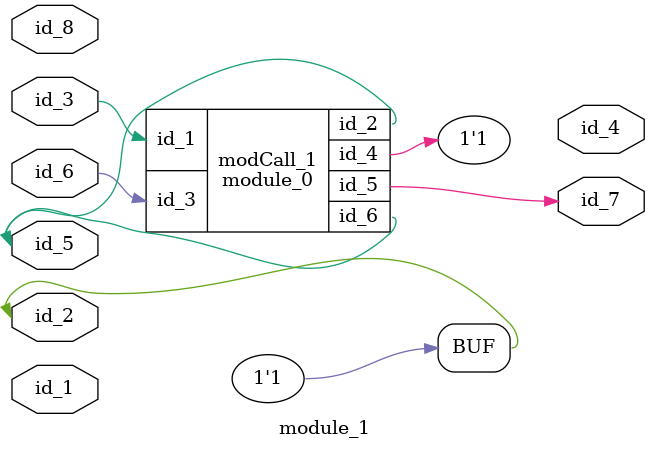
<source format=v>
module module_0 (
    id_1,
    id_2,
    id_3,
    id_4,
    id_5,
    id_6
);
  inout wire id_6;
  output wire id_5;
  inout wire id_4;
  input wire id_3;
  inout wire id_2;
  input wire id_1;
  wire id_7, id_8;
endmodule
module module_1 (
    id_1,
    id_2,
    id_3,
    id_4,
    id_5,
    id_6,
    id_7,
    id_8
);
  input wire id_8;
  module_0 modCall_1 (
      id_3,
      id_5,
      id_6,
      id_2,
      id_7,
      id_5
  );
  output wire id_7;
  input wire id_6;
  inout wire id_5;
  output wire id_4;
  input wire id_3;
  inout wire id_2;
  input wire id_1;
  assign id_2 = -1;
endmodule

</source>
